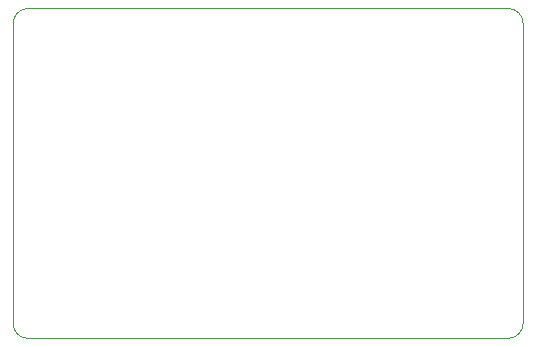
<source format=gbr>
%TF.GenerationSoftware,KiCad,Pcbnew,(5.1.9)-1*%
%TF.CreationDate,2021-03-21T16:20:23+00:00*%
%TF.ProjectId,hp5354a-ocxo,68703533-3534-4612-9d6f-63786f2e6b69,rev?*%
%TF.SameCoordinates,Original*%
%TF.FileFunction,Profile,NP*%
%FSLAX46Y46*%
G04 Gerber Fmt 4.6, Leading zero omitted, Abs format (unit mm)*
G04 Created by KiCad (PCBNEW (5.1.9)-1) date 2021-03-21 16:20:23*
%MOMM*%
%LPD*%
G01*
G04 APERTURE LIST*
%TA.AperFunction,Profile*%
%ADD10C,0.050000*%
%TD*%
G04 APERTURE END LIST*
D10*
X96520000Y-111760000D02*
X137160000Y-111760000D01*
X95250000Y-85090000D02*
X95250000Y-110490000D01*
X137160000Y-83820000D02*
X96520000Y-83820000D01*
X138430000Y-110490000D02*
X138430000Y-85090000D01*
X95250000Y-85090000D02*
G75*
G02*
X96520000Y-83820000I1270000J0D01*
G01*
X96520000Y-111760000D02*
G75*
G02*
X95250000Y-110490000I0J1270000D01*
G01*
X138430000Y-110490000D02*
G75*
G02*
X137160000Y-111760000I-1270000J0D01*
G01*
X137160000Y-83820000D02*
G75*
G02*
X138430000Y-85090000I0J-1270000D01*
G01*
M02*

</source>
